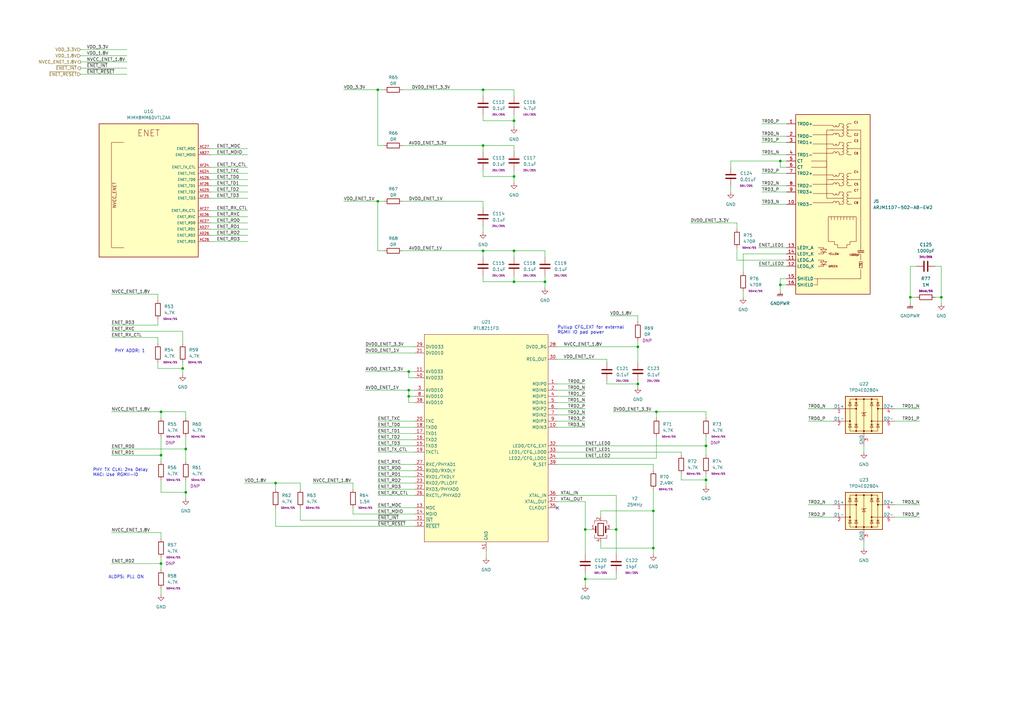
<source format=kicad_sch>
(kicad_sch (version 20211123) (generator eeschema)
  (paper "A3")
  (title_block (title "QSBC") (rev "1") (company "Q-LAB"))
  (junction (at 210.82 115.57))
  (junction (at 66.04 186.69))
  (junction (at 167.64 152.4))
  (junction (at 223.52 115.57))
  (junction (at 240.03 237.49))
  (junction (at 269.24 168.91))
  (junction (at 267.97 209.55))
  (junction (at 320.04 116.84))
  (junction (at 66.04 168.91))
  (junction (at 74.93 151.13))
  (junction (at 240.03 217.17))
  (junction (at 289.56 196.85))
  (junction (at 210.82 49.53))
  (junction (at 320.04 66.04))
  (junction (at 154.94 82.55))
  (junction (at 261.62 157.48))
  (junction (at 252.73 217.17))
  (junction (at 198.12 36.83))
  (junction (at 210.82 72.39))
  (junction (at 167.64 160.02))
  (junction (at 386.08 121.92))
  (junction (at 210.82 102.87))
  (junction (at 154.94 36.83))
  (junction (at 76.2 184.15))
  (junction (at 113.03 198.12))
  (junction (at 267.97 224.79))
  (junction (at 167.64 162.56))
  (junction (at 198.12 102.87))
  (junction (at 373.38 121.92))
  (junction (at 76.2 201.93))
  (junction (at 289.56 182.88))
  (junction (at 261.62 142.24))
  (junction (at 198.12 59.69))
  (junction (at 66.04 231.14))
  (no_connect (at 228.6 208.28))
  (wire (pts (xy 312.42 83.82) (xy 322.58 83.82)))
  (wire (pts (xy 354.33 182.88) (xy 354.33 185.42)))
  (wire (pts (xy 377.19 167.64) (xy 367.03 167.64)))
  (wire (pts (xy 76.2 196.85) (xy 76.2 201.93)))
  (wire (pts (xy 45.72 231.14) (xy 66.04 231.14)))
  (wire (pts (xy 198.12 113.03) (xy 198.12 115.57)))
  (wire (pts (xy 113.03 215.9) (xy 170.18 215.9)))
  (wire (pts (xy 302.26 91.44) (xy 302.26 93.98)))
  (wire (pts (xy 64.77 151.13) (xy 74.93 151.13)))
  (wire (pts (xy 140.97 36.83) (xy 154.94 36.83)))
  (wire (pts (xy 149.86 160.02) (xy 167.64 160.02)))
  (wire (pts (xy 165.1 59.69) (xy 198.12 59.69)))
  (wire (pts (xy 198.12 102.87) (xy 198.12 105.41)))
  (wire (pts (xy 66.04 241.3) (xy 66.04 243.84)))
  (wire (pts (xy 86.36 76.2) (xy 101.6 76.2)))
  (wire (pts (xy 144.78 210.82) (xy 170.18 210.82)))
  (wire (pts (xy 74.93 135.89) (xy 74.93 140.97)))
  (wire (pts (xy 123.19 213.36) (xy 123.19 208.28)))
  (wire (pts (xy 210.82 102.87) (xy 210.82 105.41)))
  (wire (pts (xy 289.56 194.31) (xy 289.56 196.85)))
  (wire (pts (xy 246.38 212.09) (xy 246.38 209.55)))
  (wire (pts (xy 223.52 115.57) (xy 223.52 118.11)))
  (wire (pts (xy 86.36 86.36) (xy 101.6 86.36)))
  (wire (pts (xy 261.62 156.21) (xy 261.62 157.48)))
  (wire (pts (xy 373.38 121.92) (xy 373.38 109.22)))
  (wire (pts (xy 64.77 138.43) (xy 64.77 140.97)))
  (wire (pts (xy 312.42 55.88) (xy 322.58 55.88)))
  (wire (pts (xy 86.36 93.98) (xy 101.6 93.98)))
  (wire (pts (xy 86.36 91.44) (xy 101.6 91.44)))
  (wire (pts (xy 123.19 200.66) (xy 123.19 198.12)))
  (wire (pts (xy 154.94 180.34) (xy 170.18 180.34)))
  (wire (pts (xy 198.12 115.57) (xy 210.82 115.57)))
  (wire (pts (xy 45.72 133.35) (xy 64.77 133.35)))
  (wire (pts (xy 252.73 237.49) (xy 252.73 234.95)))
  (wire (pts (xy 100.33 198.12) (xy 113.03 198.12)))
  (wire (pts (xy 279.4 196.85) (xy 289.56 196.85)))
  (wire (pts (xy 246.38 222.25) (xy 246.38 224.79)))
  (wire (pts (xy 304.8 119.38) (xy 304.8 121.92)))
  (wire (pts (xy 45.72 168.91) (xy 66.04 168.91)))
  (wire (pts (xy 167.64 154.94) (xy 170.18 154.94)))
  (wire (pts (xy 198.12 102.87) (xy 210.82 102.87)))
  (wire (pts (xy 228.6 172.72) (xy 240.03 172.72)))
  (wire (pts (xy 198.12 59.69) (xy 210.82 59.69)))
  (wire (pts (xy 154.94 182.88) (xy 170.18 182.88)))
  (wire (pts (xy 86.36 99.06) (xy 101.6 99.06)))
  (wire (pts (xy 228.6 167.64) (xy 240.03 167.64)))
  (wire (pts (xy 304.8 111.76) (xy 304.8 104.14)))
  (wire (pts (xy 248.92 148.59) (xy 248.92 147.32)))
  (wire (pts (xy 33.02 22.86) (xy 52.07 22.86)))
  (wire (pts (xy 267.97 200.66) (xy 267.97 209.55)))
  (wire (pts (xy 267.97 224.79) (xy 267.97 227.33)))
  (wire (pts (xy 86.36 63.5) (xy 101.6 63.5)))
  (wire (pts (xy 299.72 66.04) (xy 299.72 68.58)))
  (wire (pts (xy 86.36 60.96) (xy 101.6 60.96)))
  (wire (pts (xy 312.42 63.5) (xy 322.58 63.5)))
  (wire (pts (xy 228.6 170.18) (xy 240.03 170.18)))
  (wire (pts (xy 240.03 205.74) (xy 228.6 205.74)))
  (wire (pts (xy 331.47 212.09) (xy 341.63 212.09)))
  (wire (pts (xy 312.42 78.74) (xy 322.58 78.74)))
  (wire (pts (xy 86.36 78.74) (xy 101.6 78.74)))
  (wire (pts (xy 198.12 36.83) (xy 198.12 39.37)))
  (wire (pts (xy 165.1 36.83) (xy 198.12 36.83)))
  (wire (pts (xy 154.94 200.66) (xy 170.18 200.66)))
  (wire (pts (xy 210.82 102.87) (xy 223.52 102.87)))
  (wire (pts (xy 45.72 135.89) (xy 74.93 135.89)))
  (wire (pts (xy 113.03 198.12) (xy 123.19 198.12)))
  (wire (pts (xy 64.77 148.59) (xy 64.77 151.13)))
  (wire (pts (xy 33.02 27.94) (xy 52.07 27.94)))
  (wire (pts (xy 128.27 198.12) (xy 144.78 198.12)))
  (wire (pts (xy 45.72 218.44) (xy 66.04 218.44)))
  (wire (pts (xy 228.6 142.24) (xy 261.62 142.24)))
  (wire (pts (xy 154.94 198.12) (xy 170.18 198.12)))
  (wire (pts (xy 113.03 208.28) (xy 113.03 215.9)))
  (wire (pts (xy 199.39 226.06) (xy 199.39 228.6)))
  (wire (pts (xy 154.94 36.83) (xy 154.94 59.69)))
  (wire (pts (xy 167.64 152.4) (xy 167.64 154.94)))
  (wire (pts (xy 76.2 168.91) (xy 76.2 171.45)))
  (wire (pts (xy 299.72 76.2) (xy 299.72 78.74)))
  (wire (pts (xy 154.94 208.28) (xy 170.18 208.28)))
  (wire (pts (xy 66.04 231.14) (xy 66.04 233.68)))
  (wire (pts (xy 377.19 212.09) (xy 367.03 212.09)))
  (wire (pts (xy 165.1 82.55) (xy 198.12 82.55)))
  (wire (pts (xy 167.64 160.02) (xy 167.64 162.56)))
  (wire (pts (xy 299.72 66.04) (xy 320.04 66.04)))
  (wire (pts (xy 386.08 109.22) (xy 383.54 109.22)))
  (wire (pts (xy 33.02 30.48) (xy 52.07 30.48)))
  (wire (pts (xy 228.6 182.88) (xy 289.56 182.88)))
  (wire (pts (xy 377.19 172.72) (xy 367.03 172.72)))
  (wire (pts (xy 279.4 185.42) (xy 279.4 186.69)))
  (wire (pts (xy 228.6 162.56) (xy 240.03 162.56)))
  (wire (pts (xy 252.73 217.17) (xy 252.73 203.2)))
  (wire (pts (xy 66.04 168.91) (xy 66.04 171.45)))
  (wire (pts (xy 154.94 185.42) (xy 170.18 185.42)))
  (wire (pts (xy 154.94 172.72) (xy 170.18 172.72)))
  (wire (pts (xy 198.12 92.71) (xy 198.12 95.25)))
  (wire (pts (xy 86.36 88.9) (xy 101.6 88.9)))
  (wire (pts (xy 154.94 82.55) (xy 157.48 82.55)))
  (wire (pts (xy 74.93 151.13) (xy 74.93 153.67)))
  (wire (pts (xy 170.18 165.1) (xy 167.64 165.1)))
  (wire (pts (xy 228.6 185.42) (xy 279.4 185.42)))
  (wire (pts (xy 123.19 213.36) (xy 170.18 213.36)))
  (wire (pts (xy 223.52 102.87) (xy 223.52 105.41)))
  (wire (pts (xy 198.12 36.83) (xy 210.82 36.83)))
  (wire (pts (xy 86.36 73.66) (xy 101.6 73.66)))
  (wire (pts (xy 198.12 82.55) (xy 198.12 85.09)))
  (wire (pts (xy 154.94 190.5) (xy 170.18 190.5)))
  (wire (pts (xy 86.36 81.28) (xy 101.6 81.28)))
  (wire (pts (xy 198.12 46.99) (xy 198.12 49.53)))
  (wire (pts (xy 33.02 25.4) (xy 52.07 25.4)))
  (wire (pts (xy 248.92 157.48) (xy 261.62 157.48)))
  (wire (pts (xy 354.33 222.25) (xy 354.33 224.79)))
  (wire (pts (xy 165.1 102.87) (xy 198.12 102.87)))
  (wire (pts (xy 66.04 228.6) (xy 66.04 231.14)))
  (wire (pts (xy 154.94 195.58) (xy 170.18 195.58)))
  (wire (pts (xy 64.77 120.65) (xy 64.77 123.19)))
  (wire (pts (xy 320.04 116.84) (xy 320.04 119.38)))
  (wire (pts (xy 76.2 201.93) (xy 76.2 204.47)))
  (wire (pts (xy 210.82 115.57) (xy 223.52 115.57)))
  (wire (pts (xy 252.73 217.17) (xy 252.73 227.33)))
  (wire (pts (xy 261.62 142.24) (xy 261.62 148.59)))
  (wire (pts (xy 242.57 217.17) (xy 240.03 217.17)))
  (wire (pts (xy 383.54 121.92) (xy 386.08 121.92)))
  (wire (pts (xy 154.94 36.83) (xy 157.48 36.83)))
  (wire (pts (xy 149.86 152.4) (xy 167.64 152.4)))
  (wire (pts (xy 289.56 168.91) (xy 289.56 171.45)))
  (wire (pts (xy 167.64 152.4) (xy 170.18 152.4)))
  (wire (pts (xy 373.38 109.22) (xy 375.92 109.22)))
  (wire (pts (xy 210.82 49.53) (xy 210.82 52.07)))
  (wire (pts (xy 198.12 72.39) (xy 210.82 72.39)))
  (wire (pts (xy 269.24 179.07) (xy 269.24 187.96)))
  (wire (pts (xy 289.56 179.07) (xy 289.56 182.88)))
  (wire (pts (xy 322.58 68.58) (xy 320.04 68.58)))
  (wire (pts (xy 312.42 71.12) (xy 322.58 71.12)))
  (wire (pts (xy 86.36 68.58) (xy 101.6 68.58)))
  (wire (pts (xy 210.82 46.99) (xy 210.82 49.53)))
  (wire (pts (xy 250.19 217.17) (xy 252.73 217.17)))
  (wire (pts (xy 144.78 208.28) (xy 144.78 210.82)))
  (wire (pts (xy 320.04 114.3) (xy 320.04 116.84)))
  (wire (pts (xy 240.03 237.49) (xy 252.73 237.49)))
  (wire (pts (xy 66.04 186.69) (xy 66.04 189.23)))
  (wire (pts (xy 210.82 36.83) (xy 210.82 39.37)))
  (wire (pts (xy 154.94 177.8) (xy 170.18 177.8)))
  (wire (pts (xy 113.03 198.12) (xy 113.03 200.66)))
  (wire (pts (xy 66.04 196.85) (xy 66.04 201.93)))
  (wire (pts (xy 198.12 49.53) (xy 210.82 49.53)))
  (wire (pts (xy 373.38 121.92) (xy 375.92 121.92)))
  (wire (pts (xy 170.18 162.56) (xy 167.64 162.56)))
  (wire (pts (xy 320.04 66.04) (xy 320.04 68.58)))
  (wire (pts (xy 311.15 101.6) (xy 322.58 101.6)))
  (wire (pts (xy 251.46 168.91) (xy 269.24 168.91)))
  (wire (pts (xy 269.24 168.91) (xy 289.56 168.91)))
  (wire (pts (xy 154.94 203.2) (xy 170.18 203.2)))
  (wire (pts (xy 74.93 148.59) (xy 74.93 151.13)))
  (wire (pts (xy 304.8 104.14) (xy 322.58 104.14)))
  (wire (pts (xy 33.02 20.32) (xy 52.07 20.32)))
  (wire (pts (xy 223.52 113.03) (xy 223.52 115.57)))
  (wire (pts (xy 144.78 198.12) (xy 144.78 200.66)))
  (wire (pts (xy 302.26 106.68) (xy 322.58 106.68)))
  (wire (pts (xy 228.6 190.5) (xy 267.97 190.5)))
  (wire (pts (xy 331.47 207.01) (xy 341.63 207.01)))
  (wire (pts (xy 64.77 130.81) (xy 64.77 133.35)))
  (wire (pts (xy 228.6 147.32) (xy 248.92 147.32)))
  (wire (pts (xy 154.94 82.55) (xy 154.94 102.87)))
  (wire (pts (xy 373.38 124.46) (xy 373.38 121.92)))
  (wire (pts (xy 149.86 142.24) (xy 170.18 142.24)))
  (wire (pts (xy 250.19 129.54) (xy 261.62 129.54)))
  (wire (pts (xy 240.03 217.17) (xy 240.03 205.74)))
  (wire (pts (xy 157.48 59.69) (xy 154.94 59.69)))
  (wire (pts (xy 76.2 179.07) (xy 76.2 184.15)))
  (wire (pts (xy 210.82 72.39) (xy 210.82 74.93)))
  (wire (pts (xy 45.72 120.65) (xy 64.77 120.65)))
  (wire (pts (xy 228.6 157.48) (xy 240.03 157.48)))
  (wire (pts (xy 45.72 186.69) (xy 66.04 186.69)))
  (wire (pts (xy 261.62 157.48) (xy 261.62 158.75)))
  (wire (pts (xy 312.42 76.2) (xy 322.58 76.2)))
  (wire (pts (xy 154.94 193.04) (xy 170.18 193.04)))
  (wire (pts (xy 331.47 167.64) (xy 341.63 167.64)))
  (wire (pts (xy 267.97 209.55) (xy 267.97 224.79)))
  (wire (pts (xy 269.24 171.45) (xy 269.24 168.91)))
  (wire (pts (xy 240.03 237.49) (xy 240.03 240.03)))
  (wire (pts (xy 154.94 175.26) (xy 170.18 175.26)))
  (wire (pts (xy 198.12 59.69) (xy 198.12 62.23)))
  (wire (pts (xy 140.97 82.55) (xy 154.94 82.55)))
  (wire (pts (xy 289.56 196.85) (xy 289.56 199.39)))
  (wire (pts (xy 252.73 203.2) (xy 228.6 203.2)))
  (wire (pts (xy 86.36 71.12) (xy 101.6 71.12)))
  (wire (pts (xy 331.47 172.72) (xy 341.63 172.72)))
  (wire (pts (xy 157.48 102.87) (xy 154.94 102.87)))
  (wire (pts (xy 76.2 184.15) (xy 45.72 184.15)))
  (wire (pts (xy 261.62 129.54) (xy 261.62 132.08)))
  (wire (pts (xy 248.92 156.21) (xy 248.92 157.48)))
  (wire (pts (xy 320.04 116.84) (xy 322.58 116.84)))
  (wire (pts (xy 210.82 59.69) (xy 210.82 62.23)))
  (wire (pts (xy 283.21 91.44) (xy 302.26 91.44)))
  (wire (pts (xy 66.04 201.93) (xy 76.2 201.93)))
  (wire (pts (xy 312.42 50.8) (xy 322.58 50.8)))
  (wire (pts (xy 66.04 218.44) (xy 66.04 220.98)))
  (wire (pts (xy 311.15 109.22) (xy 322.58 109.22)))
  (wire (pts (xy 386.08 124.46) (xy 386.08 121.92)))
  (wire (pts (xy 198.12 69.85) (xy 198.12 72.39)))
  (wire (pts (xy 267.97 193.04) (xy 267.97 190.5)))
  (wire (pts (xy 377.19 207.01) (xy 367.03 207.01)))
  (wire (pts (xy 66.04 168.91) (xy 76.2 168.91)))
  (wire (pts (xy 240.03 217.17) (xy 240.03 227.33)))
  (wire (pts (xy 167.64 165.1) (xy 167.64 162.56)))
  (wire (pts (xy 302.26 106.68) (xy 302.26 101.6)))
  (wire (pts (xy 210.82 69.85) (xy 210.82 72.39)))
  (wire (pts (xy 279.4 194.31) (xy 279.4 196.85)))
  (wire (pts (xy 228.6 165.1) (xy 240.03 165.1)))
  (wire (pts (xy 66.04 179.07) (xy 66.04 186.69)))
  (wire (pts (xy 322.58 114.3) (xy 320.04 114.3)))
  (wire (pts (xy 228.6 187.96) (xy 269.24 187.96)))
  (wire (pts (xy 228.6 175.26) (xy 240.03 175.26)))
  (wire (pts (xy 210.82 113.03) (xy 210.82 115.57)))
  (wire (pts (xy 167.64 160.02) (xy 170.18 160.02)))
  (wire (pts (xy 228.6 160.02) (xy 240.03 160.02)))
  (wire (pts (xy 246.38 209.55) (xy 267.97 209.55)))
  (wire (pts (xy 312.42 58.42) (xy 322.58 58.42)))
  (wire (pts (xy 149.86 144.78) (xy 170.18 144.78)))
  (wire (pts (xy 386.08 121.92) (xy 386.08 109.22)))
  (wire (pts (xy 86.36 96.52) (xy 101.6 96.52)))
  (wire (pts (xy 240.03 234.95) (xy 240.03 237.49)))
  (wire (pts (xy 261.62 139.7) (xy 261.62 142.24)))
  (wire (pts (xy 289.56 182.88) (xy 289.56 186.69)))
  (wire (pts (xy 76.2 184.15) (xy 76.2 189.23)))
  (wire (pts (xy 45.72 138.43) (xy 64.77 138.43)))
  (wire (pts (xy 246.38 224.79) (xy 267.97 224.79)))
  (wire (pts (xy 320.04 66.04) (xy 322.58 66.04)))
  (text "ALDPS: PLL ON" (at 44.45 237.49 0) (effects (font (size 1.27 1.27)) (justify left bottom)))
  (text "PHY ADDR: 1" (at 46.99 144.78 0) (effects (font (size 1.27 1.27)) (justify left bottom)))
  (text "Pullup CFG_EXT for external \nRGMII IO pad power" (at 228.6 137.16 0) (effects (font (size 1.27 1.27)) (justify left bottom)))
  (text "PHY TX CLK: 2ns Delay\nMAC: Use RGMII-ID" (at 38.1 195.58 0) (effects (font (size 1.27 1.27)) (justify left bottom)))
  (label "VDD_ENET_1V" (at 140.97 82.55 0))
  (label "~{ENET_RESET}" (at 154.94 215.9 0))
  (label "ENET_TX_CTL" (at 154.94 185.42 0))
  (label "TRD1_P" (at 240.03 162.56 180))
  (label "~{ENET_INT}" (at 35.56 27.94 0))
  (label "AVDD_ENET_1V" (at 149.86 160.02 0))
  (label "ENET_RD3" (at 88.9 99.06 0))
  (label "TRD1_N" (at 377.19 167.64 180))
  (label "TRD0_P" (at 331.47 172.72 0))
  (label "NVCC_ENET_1.8V" (at 45.72 120.65 0))
  (label "TRD2_N" (at 312.42 76.2 0))
  (label "ENET_LED2" (at 311.15 109.22 0))
  (label "TRD0_P" (at 312.42 50.8 0))
  (label "ENET_RD0" (at 45.72 184.15 0))
  (label "TRD1_N" (at 240.03 165.1 180))
  (label "~{ENET_INT}" (at 154.94 213.36 0))
  (label "NVCC_ENET_1.8V" (at 45.72 168.91 0))
  (label "ENET_RXC" (at 88.9 88.9 0))
  (label "NVCC_ENET_1.8V" (at 35.56 25.4 0))
  (label "ENET_RD3" (at 154.94 200.66 0))
  (label "ENET_LED2" (at 240.03 187.96 0))
  (label "TRD0_N" (at 331.47 167.64 0))
  (label "VDD_1.8V" (at 35.56 22.86 0))
  (label "TRD3_N" (at 312.42 83.82 0))
  (label "VDD_3.3V" (at 140.97 36.83 0))
  (label "AVDD_ENET_3.3V" (at 149.86 152.4 0))
  (label "ENET_TD1" (at 88.9 76.2 0))
  (label "ENET_RD2" (at 154.94 198.12 0))
  (label "ENET_TD2" (at 88.9 78.74 0))
  (label "VDD_ENET_1V" (at 231.14 147.32 0))
  (label "ENET_RX_CTL" (at 45.72 138.43 0))
  (label "ENET_MDC" (at 154.94 208.28 0))
  (label "ENET_RD1" (at 45.72 186.69 0))
  (label "DVDD_ENET_1V" (at 149.86 144.78 0))
  (label "ENET_TD0" (at 154.94 175.26 0))
  (label "TRD3_N" (at 377.19 207.01 180))
  (label "ENET_TD1" (at 154.94 177.8 0))
  (label "ENET_TD3" (at 154.94 182.88 0))
  (label "ENET_MDIO" (at 154.94 210.82 0))
  (label "NVCC_ENET_1.8V" (at 45.72 218.44 0))
  (label "ENET_TD2" (at 154.94 180.34 0))
  (label "DVDD_ENET_3.3V" (at 283.21 91.44 0))
  (label "TRD1_P" (at 377.19 172.72 180))
  (label "ENET_TXC" (at 154.94 172.72 0))
  (label "ENET_LED0" (at 240.03 182.88 0))
  (label "TRD3_P" (at 312.42 78.74 0))
  (label "TRD0_N" (at 312.42 55.88 0))
  (label "ENET_RD2" (at 45.72 231.14 0))
  (label "ENET_RD1" (at 154.94 195.58 0))
  (label "ENET_TXC" (at 88.9 71.12 0))
  (label "ENET_TX_CTL" (at 88.9 68.58 0))
  (label "TRD3_N" (at 240.03 175.26 180))
  (label "XTAL_IN" (at 229.87 203.2 0))
  (label "TRD3_P" (at 240.03 172.72 180))
  (label "ENET_TD0" (at 88.9 73.66 0))
  (label "NVCC_ENET_1.8V" (at 128.27 198.12 0))
  (label "ENET_TD3" (at 88.9 81.28 0))
  (label "DVDD_ENET_3.3V" (at 168.91 36.83 0))
  (label "XTAL_OUT" (at 229.87 205.74 0))
  (label "TRD1_P" (at 312.42 58.42 0))
  (label "TRD2_P" (at 312.42 71.12 0))
  (label "ENET_MDIO" (at 88.9 63.5 0))
  (label "ENET_RD3" (at 45.72 133.35 0))
  (label "TRD2_P" (at 331.47 212.09 0))
  (label "ENET_RXC" (at 154.94 190.5 0))
  (label "VDD_3.3V" (at 35.56 20.32 0))
  (label "DVDD_ENET_3.3V" (at 251.46 168.91 0))
  (label "ENET_RD0" (at 154.94 193.04 0))
  (label "TRD3_P" (at 377.19 212.09 180))
  (label "VDD_1.8V" (at 100.33 198.12 0))
  (label "TRD0_N" (at 240.03 160.02 180))
  (label "TRD2_N" (at 240.03 170.18 180))
  (label "ENET_LED1" (at 311.15 101.6 0))
  (label "ENET_RXC" (at 45.72 135.89 0))
  (label "ENET_MDC" (at 88.9 60.96 0))
  (label "DVDD_ENET_3.3V" (at 149.86 142.24 0))
  (label "NVCC_ENET_1.8V" (at 231.14 142.24 0))
  (label "TRD0_P" (at 240.03 157.48 180))
  (label "TRD2_N" (at 331.47 207.01 0))
  (label "ENET_RD1" (at 88.9 93.98 0))
  (label "ENET_RD2" (at 88.9 96.52 0))
  (label "AVDD_ENET_3.3V" (at 167.64 59.69 0))
  (label "ENET_RX_CTL" (at 88.9 86.36 0))
  (label "ENET_LED1" (at 240.03 185.42 0))
  (label "~{ENET_RESET}" (at 35.56 30.48 0))
  (label "ENET_RX_CTL" (at 154.94 203.2 0))
  (label "TRD2_P" (at 240.03 167.64 180))
  (label "TRD1_N" (at 312.42 63.5 0))
  (label "ENET_RD0" (at 88.9 91.44 0))
  (label "DVDD_ENET_1V" (at 167.64 82.55 0))
  (label "VDD_1.8V" (at 250.19 129.54 0))
  (label "AVDD_ENET_1V" (at 167.64 102.87 0))
  (hierarchical_label "~{ENET_RESET}" (shape input) (at 33.02 30.48 180))
  (hierarchical_label "~{ENET_INT}" (shape output) (at 33.02 27.94 180))
  (hierarchical_label "NVCC_ENET_1.8V" (shape output) (at 33.02 25.4 180))
  (hierarchical_label "VDD_1.8V" (shape input) (at 33.02 22.86 180))
  (hierarchical_label "VDD_3.3V" (shape input) (at 33.02 20.32 180))
  (symbol (lib_id "power:GND") (at 223.52 118.11 0) (unit 1)
    (property "Reference" "#PWR0104" (effects hide))
    (property "Value" "GND" (at 223.52 123.19 0))
  )
  (symbol (lib_id "Device:C") (at 198.12 109.22 0) (unit 1)
    (property "Reference" "C115" (at 201.93 107.9499 0) (effects (justify left)))
    (property "Value" "0.1uF" (at 201.93 110.4899 0) (effects (justify left)))
    (property "Footprint" "qsbc:C_0402_1005Metric" (effects hide))
    (property "Rating" "25V/20%" (at 204.47 113.03 0) (effects (font (size 0.762 0.762))))
  )
  (symbol (lib_id "power:GND") (at 386.08 124.46 0) (unit 1)
    (property "Reference" "#PWR0115" (effects hide))
    (property "Value" "GND" (at 386.08 129.54 0))
  )
  (symbol (lib_id "power:GND") (at 354.33 185.42 0) (unit 1)
    (property "Reference" "#PWR0112" (effects hide))
    (property "Value" "GND" (at 354.33 190.5 0))
  )
  (symbol (lib_id "Device:R") (at 289.56 190.5 0) (unit 1)
    (property "Reference" "R74" (at 292.1 189.2299 0) (effects (justify left)))
    (property "Value" "4.7K" (at 292.1 191.7699 0) (effects (justify left)))
    (property "Footprint" "qsbc:R_0402_1005Metric" (effects hide))
    (property "Rating" "50mW/5%" (at 294.64 194.31 0) (effects (font (size 0.762 0.762))))
  )
  (symbol (lib_id "power:GND") (at 261.62 158.75 0) (unit 1)
    (property "Reference" "#PWR0106" (effects hide))
    (property "Value" "GND" (at 261.62 163.83 0))
  )
  (symbol (lib_id "power:GNDPWR") (at 373.38 124.46 0) (unit 1)
    (property "Reference" "#PWR0114" (effects hide))
    (property "Value" "GNDPWR" (at 373.253 129.54 0))
  )
  (symbol (lib_id "qsbc:ARJM11D7-502-AB-EW2") (at 326.39 120.65 0) (unit 1)
    (property "Reference" "J5" (at 358.14 82.5499 0) (effects (justify left)))
    (property "Value" "ARJM11D7-502-AB-EW2" (at 358.14 85.0899 0) (effects (justify left)))
    (property "Footprint" "qsbc:ARJM11D7-502-AB-EW2" (effects hide))
    (property "Datasheet" "https://abracon.com/Magnetics/ARJM11.pdf" (effects hide))
  )
  (symbol (lib_id "power:GND") (at 199.39 228.6 0) (unit 1)
    (property "Reference" "#PWR0101" (effects hide))
    (property "Value" "GND" (at 199.39 233.68 0))
  )
  (symbol (lib_id "Device:C") (at 210.82 43.18 0) (unit 1)
    (property "Reference" "C116" (at 214.63 41.9099 0) (effects (justify left)))
    (property "Value" "4.7uF" (at 214.63 44.4499 0) (effects (justify left)))
    (property "Footprint" "qsbc:C_0402_1005Metric" (effects hide))
    (property "Rating" "10V/20%" (at 217.17 46.99 0) (effects (font (size 0.762 0.762))))
  )
  (symbol (lib_id "Device:C") (at 379.73 109.22 90) (unit 1)
    (property "Reference" "C125" (at 379.73 100.33 90))
    (property "Value" "1000pF" (at 379.73 102.87 90))
    (property "Footprint" "Capacitor_SMD:C_1210_3225Metric" (effects hide))
    (property "Rating" "2KV/20%" (at 379.73 105.41 90) (effects (font (size 0.762 0.762))))
  )
  (symbol (lib_id "Device:R") (at 64.77 127 0) (unit 1)
    (property "Reference" "R53" (at 67.31 125.7299 0) (effects (justify left)))
    (property "Value" "4.7K" (at 67.31 128.2699 0) (effects (justify left)))
    (property "Footprint" "qsbc:R_0201_0603Metric" (effects hide))
    (property "Rating" "50mW/5%" (at 69.85 130.81 0) (effects (font (size 0.762 0.762))))
  )
  (symbol (lib_id "Device:C") (at 248.92 152.4 0) (unit 1)
    (property "Reference" "C121" (at 252.73 151.1299 0) (effects (justify left)))
    (property "Value" "0.1uF" (at 252.73 153.6699 0) (effects (justify left)))
    (property "Footprint" "qsbc:C_0402_1005Metric" (effects hide))
    (property "Rating" "25V/20%" (at 255.27 156.21 0) (effects (font (size 0.762 0.762))))
  )
  (symbol (lib_id "power:GND") (at 66.04 243.84 0) (unit 1)
    (property "Reference" "#PWR097" (effects hide))
    (property "Value" "GND" (at 66.04 248.92 0))
  )
  (symbol (lib_id "Device:C") (at 240.03 231.14 0) (unit 1)
    (property "Reference" "C120" (at 243.84 229.8699 0) (effects (justify left)))
    (property "Value" "14pF" (at 243.84 232.4099 0) (effects (justify left)))
    (property "Footprint" "qsbc:C_0402_1005Metric" (effects hide))
    (property "Rating" "50V/20%" (at 246.38 234.95 0) (effects (font (size 0.762 0.762))))
  )
  (symbol (lib_id "power:GND") (at 210.82 74.93 0) (unit 1)
    (property "Reference" "#PWR0103" (effects hide))
    (property "Value" "GND" (at 210.82 80.01 0))
  )
  (symbol (lib_id "Device:C") (at 198.12 66.04 0) (unit 1)
    (property "Reference" "C113" (at 201.93 64.7699 0) (effects (justify left)))
    (property "Value" "0.1uF" (at 201.93 67.3099 0) (effects (justify left)))
    (property "Footprint" "qsbc:C_0402_1005Metric" (effects hide))
    (property "Rating" "25V/20%" (at 204.47 69.85 0) (effects (font (size 0.762 0.762))))
  )
  (symbol (lib_id "power:GND") (at 76.2 204.47 0) (unit 1)
    (property "Reference" "#PWR099" (effects hide))
    (property "Value" "GND" (at 76.2 209.55 0))
  )
  (symbol (lib_id "qsbc:MIMX8MM6DVTLZAA") (at 60.96 64.77 0) (unit 7)
    (property "Reference" "U1" (at 60.96 45.72 0))
    (property "Value" "MIMX8MM6DVTLZAA" (at 60.96 48.26 0))
    (property "Footprint" "qsbc:SOT1967-1" (effects hide))
    (property "Datasheet" "https://www.nxp.com/docs/en/data-sheet/IMX8MMCEC.pdf" (effects hide))
  )
  (symbol (lib_id "power:GND") (at 210.82 52.07 0) (unit 1)
    (property "Reference" "#PWR0102" (effects hide))
    (property "Value" "GND" (at 210.82 57.15 0))
  )
  (symbol (lib_id "Device:C") (at 261.62 152.4 0) (unit 1)
    (property "Reference" "C123" (at 265.43 151.1299 0) (effects (justify left)))
    (property "Value" "0.1uF" (at 265.43 153.6699 0) (effects (justify left)))
    (property "Footprint" "qsbc:C_0402_1005Metric" (effects hide))
    (property "Rating" "25V/20%" (at 267.97 156.21 0) (effects (font (size 0.762 0.762))))
  )
  (symbol (lib_id "Device:R") (at 66.04 224.79 0) (unit 1)
    (property "Reference" "R57" (at 68.58 223.5199 0) (effects (justify left)))
    (property "Value" "4.7K" (at 68.58 226.0599 0) (effects (justify left)))
    (property "Footprint" "qsbc:R_0201_0603Metric" (effects hide))
    (property "Rating" "50mW/5%" (at 71.12 228.6 0) (effects (font (size 0.762 0.762))))
    (property "DNP" "DNP" (at 69.85 231.14 0))
  )
  (symbol (lib_id "Device:R") (at 76.2 175.26 0) (unit 1)
    (property "Reference" "R60" (at 78.74 173.9899 0) (effects (justify left)))
    (property "Value" "4.7K" (at 78.74 176.5299 0) (effects (justify left)))
    (property "Footprint" "qsbc:R_0201_0603Metric" (effects hide))
    (property "Rating" "50mW/5%" (at 81.28 179.07 0) (effects (font (size 0.762 0.762))))
  )
  (symbol (lib_id "power:GND") (at 354.33 224.79 0) (unit 1)
    (property "Reference" "#PWR0113" (effects hide))
    (property "Value" "GND" (at 354.33 229.87 0))
  )
  (symbol (lib_id "Device:R") (at 161.29 36.83 90) (unit 1)
    (property "Reference" "R65" (at 161.29 31.75 90))
    (property "Value" "0R" (at 161.29 34.29 90))
    (property "Footprint" "qsbc:R_0402_1005Metric" (effects hide))
  )
  (symbol (lib_id "power:GND") (at 74.93 153.67 0) (unit 1)
    (property "Reference" "#PWR098" (effects hide))
    (property "Value" "GND" (at 74.93 158.75 0))
  )
  (symbol (lib_id "power:GND") (at 198.12 95.25 0) (unit 1)
    (property "Reference" "#PWR0100" (effects hide))
    (property "Value" "GND" (at 198.12 100.33 0))
  )
  (symbol (lib_id "Device:R") (at 267.97 196.85 0) (unit 1)
    (property "Reference" "R70" (at 270.51 195.5799 0) (effects (justify left)))
    (property "Value" "2.49K" (at 270.51 198.1199 0) (effects (justify left)))
    (property "Footprint" "qsbc:R_0402_1005Metric" (effects hide))
    (property "Rating" "50mW/1%" (at 273.05 200.66 0) (effects (font (size 0.762 0.762))))
  )
  (symbol (lib_id "Device:R") (at 64.77 144.78 0) (unit 1)
    (property "Reference" "R54" (at 67.31 143.5099 0) (effects (justify left)))
    (property "Value" "4.7K" (at 67.31 146.0499 0) (effects (justify left)))
    (property "Footprint" "qsbc:R_0201_0603Metric" (effects hide))
    (property "Rating" "50mW/5%" (at 69.85 148.59 0) (effects (font (size 0.762 0.762))))
  )
  (symbol (lib_id "Device:C") (at 299.72 72.39 0) (unit 1)
    (property "Reference" "C124" (at 303.53 71.1199 0) (effects (justify left)))
    (property "Value" "0.01uF" (at 303.53 73.6599 0) (effects (justify left)))
    (property "Footprint" "qsbc:C_0603_1608Metric" (effects hide))
    (property "Rating" "50V/20%" (at 306.07 76.2 0) (effects (font (size 0.762 0.762))))
  )
  (symbol (lib_id "Device:R") (at 289.56 175.26 0) (unit 1)
    (property "Reference" "R73" (at 292.1 173.9899 0) (effects (justify left)))
    (property "Value" "4.7K" (at 292.1 176.5299 0) (effects (justify left)))
    (property "Footprint" "qsbc:R_0402_1005Metric" (effects hide))
    (property "Rating" "50mW/5%" (at 294.64 179.07 0) (effects (font (size 0.762 0.762))))
    (property "DNP" "DNP" (at 293.37 181.61 0))
  )
  (symbol (lib_id "power:GND") (at 267.97 227.33 0) (unit 1)
    (property "Reference" "#PWR0107" (effects hide))
    (property "Value" "GND" (at 267.97 232.41 0))
  )
  (symbol (lib_id "Device:R") (at 302.26 97.79 0) (unit 1)
    (property "Reference" "R75" (at 304.8 96.5199 0) (effects (justify left)))
    (property "Value" "470R" (at 304.8 99.0599 0) (effects (justify left)))
    (property "Footprint" "qsbc:R_0402_1005Metric" (effects hide))
    (property "Rating" "50mW/5%" (at 307.34 101.6 0) (effects (font (size 0.762 0.762))))
  )
  (symbol (lib_id "Device:R") (at 269.24 175.26 0) (unit 1)
    (property "Reference" "R71" (at 271.78 173.9899 0) (effects (justify left)))
    (property "Value" "4.7K" (at 271.78 176.5299 0) (effects (justify left)))
    (property "Footprint" "qsbc:R_0402_1005Metric" (effects hide))
    (property "Rating" "50mW/5%" (at 274.32 179.07 0) (effects (font (size 0.762 0.762))))
  )
  (symbol (lib_id "Device:C") (at 198.12 88.9 0) (unit 1)
    (property "Reference" "C114" (at 201.93 87.6299 0) (effects (justify left)))
    (property "Value" "0.1uF" (at 201.93 90.1699 0) (effects (justify left)))
    (property "Footprint" "qsbc:C_0402_1005Metric" (effects hide))
    (property "Rating" "25V/20%" (at 204.47 92.71 0) (effects (font (size 0.762 0.762))))
  )
  (symbol (lib_id "Device:R") (at 161.29 102.87 90) (unit 1)
    (property "Reference" "R68" (at 161.29 97.79 90))
    (property "Value" "0R" (at 161.29 100.33 90))
    (property "Footprint" "qsbc:R_0402_1005Metric" (effects hide))
  )
  (symbol (lib_id "Device:Crystal_GND24") (at 246.38 217.17 0) (unit 1)
    (property "Reference" "Y2" (at 260.35 204.47 0))
    (property "Value" "25MHz" (at 260.35 207.01 0))
    (property "Footprint" "Crystal:Crystal_SMD_3225-4Pin_3.2x2.5mm" (effects hide))
    (property "MPN" "ECS-250-10-33B-CWN-TR" (effects hide))
  )
  (symbol (lib_id "Device:R") (at 74.93 144.78 0) (unit 1)
    (property "Reference" "R59" (at 77.47 143.5099 0) (effects (justify left)))
    (property "Value" "4.7K" (at 77.47 146.0499 0) (effects (justify left)))
    (property "Footprint" "qsbc:R_0201_0603Metric" (effects hide))
    (property "Rating" "50mW/5%" (at 80.01 148.59 0) (effects (font (size 0.762 0.762))))
  )
  (symbol (lib_id "Device:R") (at 304.8 115.57 0) (unit 1)
    (property "Reference" "R76" (at 307.34 114.2999 0) (effects (justify left)))
    (property "Value" "470R" (at 307.34 116.8399 0) (effects (justify left)))
    (property "Footprint" "qsbc:R_0402_1005Metric" (effects hide))
    (property "Rating" "50mW/5%" (at 309.88 119.38 0) (effects (font (size 0.762 0.762))))
  )
  (symbol (lib_id "Device:R") (at 113.03 204.47 0) (unit 1)
    (property "Reference" "R62" (at 115.57 203.1999 0) (effects (justify left)))
    (property "Value" "4.7K" (at 115.57 205.7399 0) (effects (justify left)))
    (property "Footprint" "qsbc:R_0402_1005Metric" (effects hide))
    (property "Rating" "50mW/5%" (at 118.11 208.28 0) (effects (font (size 0.762 0.762))))
  )
  (symbol (lib_id "Device:R") (at 379.73 121.92 90) (unit 1)
    (property "Reference" "R77" (at 379.73 114.3 90))
    (property "Value" "1M" (at 379.73 116.84 90))
    (property "Footprint" "Resistor_SMD:R_1206_3216Metric" (effects hide))
    (property "Rating" "50mW/5%" (at 379.73 119.38 90) (effects (font (size 0.762 0.762))))
  )
  (symbol (lib_id "power:GND") (at 299.72 78.74 0) (unit 1)
    (property "Reference" "#PWR0109" (effects hide))
    (property "Value" "GND" (at 299.72 83.82 0))
  )
  (symbol (lib_id "Device:R") (at 66.04 237.49 0) (unit 1)
    (property "Reference" "R58" (at 68.58 236.2199 0) (effects (justify left)))
    (property "Value" "4.7K" (at 68.58 238.7599 0) (effects (justify left)))
    (property "Footprint" "qsbc:R_0201_0603Metric" (effects hide))
    (property "Rating" "50mW/5%" (at 71.12 241.3 0) (effects (font (size 0.762 0.762))))
  )
  (symbol (lib_id "Device:R") (at 76.2 193.04 0) (unit 1)
    (property "Reference" "R61" (at 78.74 191.7699 0) (effects (justify left)))
    (property "Value" "4.7K" (at 78.74 194.3099 0) (effects (justify left)))
    (property "Footprint" "qsbc:R_0201_0603Metric" (effects hide))
    (property "Rating" "50mW/5%" (at 81.28 196.85 0) (effects (font (size 0.762 0.762))))
    (property "DNP" "DNP" (at 80.01 199.39 0))
  )
  (symbol (lib_id "Device:C") (at 223.52 109.22 0) (unit 1)
    (property "Reference" "C119" (at 227.33 107.9499 0) (effects (justify left)))
    (property "Value" "0.1uF" (at 227.33 110.4899 0) (effects (justify left)))
    (property "Footprint" "qsbc:C_0402_1005Metric" (effects hide))
    (property "Rating" "25V/20%" (at 229.87 113.03 0) (effects (font (size 0.762 0.762))))
  )
  (symbol (lib_id "Device:R") (at 279.4 190.5 0) (unit 1)
    (property "Reference" "R72" (at 281.94 189.2299 0) (effects (justify left)))
    (property "Value" "4.7K" (at 281.94 191.7699 0) (effects (justify left)))
    (property "Footprint" "qsbc:R_0402_1005Metric" (effects hide))
    (property "Rating" "50mW/5%" (at 284.48 194.31 0) (effects (font (size 0.762 0.762))))
  )
  (symbol (lib_id "Device:R") (at 66.04 193.04 0) (unit 1)
    (property "Reference" "R56" (at 68.58 191.7699 0) (effects (justify left)))
    (property "Value" "4.7K" (at 68.58 194.3099 0) (effects (justify left)))
    (property "Footprint" "qsbc:R_0201_0603Metric" (effects hide))
    (property "Rating" "50mW/5%" (at 71.12 196.85 0) (effects (font (size 0.762 0.762))))
  )
  (symbol (lib_id "Device:C") (at 210.82 109.22 0) (unit 1)
    (property "Reference" "C118" (at 214.63 107.9499 0) (effects (justify left)))
    (property "Value" "0.1uF" (at 214.63 110.4899 0) (effects (justify left)))
    (property "Footprint" "qsbc:C_0402_1005Metric" (effects hide))
    (property "Rating" "25V/20%" (at 217.17 113.03 0) (effects (font (size 0.762 0.762))))
  )
  (symbol (lib_id "Device:R") (at 161.29 59.69 90) (unit 1)
    (property "Reference" "R66" (at 161.29 54.61 90))
    (property "Value" "0R" (at 161.29 57.15 90))
    (property "Footprint" "qsbc:R_0402_1005Metric" (effects hide))
  )
  (symbol (lib_id "power:GND") (at 304.8 121.92 0) (unit 1)
    (property "Reference" "#PWR0110" (effects hide))
    (property "Value" "GND" (at 304.8 127 0))
  )
  (symbol (lib_id "Device:R") (at 123.19 204.47 0) (unit 1)
    (property "Reference" "R63" (at 125.73 203.1999 0) (effects (justify left)))
    (property "Value" "4.7K" (at 125.73 205.7399 0) (effects (justify left)))
    (property "Footprint" "qsbc:R_0402_1005Metric" (effects hide))
    (property "Rating" "50mW/5%" (at 128.27 208.28 0) (effects (font (size 0.762 0.762))))
  )
  (symbol (lib_id "qsbc:TPD4E02B04") (at 354.33 209.55 0) (unit 1)
    (property "Reference" "U23" (at 354.33 196.85 0))
    (property "Value" "TPD4E02B04" (at 354.33 199.39 0))
    (property "Footprint" "Package_SON:USON-10_2.5x1.0mm_P0.5mm" (effects hide))
    (property "Datasheet" "https://www.ti.com/lit/ds/symlink/tpd4e02b04.pdf" (effects hide))
  )
  (symbol (lib_id "Device:C") (at 210.82 66.04 0) (unit 1)
    (property "Reference" "C117" (at 214.63 64.7699 0) (effects (justify left)))
    (property "Value" "0.1uF" (at 214.63 67.3099 0) (effects (justify left)))
    (property "Footprint" "qsbc:C_0402_1005Metric" (effects hide))
    (property "Rating" "25V/20%" (at 217.17 69.85 0) (effects (font (size 0.762 0.762))))
  )
  (symbol (lib_id "power:GNDPWR") (at 320.04 119.38 0) (unit 1)
    (property "Reference" "#PWR0111" (effects hide))
    (property "Value" "GNDPWR" (at 319.913 124.46 0))
  )
  (symbol (lib_id "power:GND") (at 289.56 199.39 0) (unit 1)
    (property "Reference" "#PWR0108" (effects hide))
    (property "Value" "GND" (at 289.56 204.47 0))
  )
  (symbol (lib_id "Device:C") (at 198.12 43.18 0) (unit 1)
    (property "Reference" "C112" (at 201.93 41.9099 0) (effects (justify left)))
    (property "Value" "0.1uF" (at 201.93 44.4499 0) (effects (justify left)))
    (property "Footprint" "qsbc:C_0402_1005Metric" (effects hide))
    (property "Rating" "25V/20%" (at 204.47 46.99 0) (effects (font (size 0.762 0.762))))
  )
  (symbol (lib_id "Device:R") (at 144.78 204.47 0) (unit 1)
    (property "Reference" "R64" (at 147.32 203.1999 0) (effects (justify left)))
    (property "Value" "1.5K" (at 147.32 205.7399 0) (effects (justify left)))
    (property "Footprint" "qsbc:R_0402_1005Metric" (effects hide))
    (property "Rating" "50mW/5%" (at 149.86 208.28 0) (effects (font (size 0.762 0.762))))
  )
  (symbol (lib_id "qsbc:TPD4E02B04") (at 354.33 170.18 0) (unit 1)
    (property "Reference" "U22" (at 354.33 157.48 0))
    (property "Value" "TPD4E02B04" (at 354.33 160.02 0))
    (property "Footprint" "Package_SON:USON-10_2.5x1.0mm_P0.5mm" (effects hide))
    (property "Datasheet" "https://www.ti.com/lit/ds/symlink/tpd4e02b04.pdf" (effects hide))
  )
  (symbol (lib_id "Device:R") (at 66.04 175.26 0) (unit 1)
    (property "Reference" "R55" (at 68.58 173.9899 0) (effects (justify left)))
    (property "Value" "4.7K" (at 68.58 176.5299 0) (effects (justify left)))
    (property "Footprint" "qsbc:R_0201_0603Metric" (effects hide))
    (property "Rating" "50mW/5%" (at 71.12 179.07 0) (effects (font (size 0.762 0.762))))
    (property "DNP" "DNP" (at 69.85 181.61 0))
  )
  (symbol (lib_id "qsbc:RTL8211F") (at 199.39 142.24 0) (unit 1)
    (property "Reference" "U21" (at 199.39 132.08 0))
    (property "Value" "RTL8211FD" (at 199.39 134.62 0))
    (property "Footprint" "Package_DFN_QFN:QFN-40-1EP_5x5mm_P0.4mm_EP3.6x3.6mm_ThermalVias" (effects hide))
    (property "Datasheet" "https://datasheet.lcsc.com/lcsc/1912111437_Realtek-Semicon-RTL8211F-CG_C187932.pdf" (effects hide))
  )
  (symbol (lib_id "Device:C") (at 252.73 231.14 0) (unit 1)
    (property "Reference" "C122" (at 256.54 229.8699 0) (effects (justify left)))
    (property "Value" "14pF" (at 256.54 232.4099 0) (effects (justify left)))
    (property "Footprint" "qsbc:C_0402_1005Metric" (effects hide))
    (property "Rating" "50V/20%" (at 259.08 234.95 0) (effects (font (size 0.762 0.762))))
  )
  (symbol (lib_id "Device:R") (at 161.29 82.55 90) (unit 1)
    (property "Reference" "R67" (at 161.29 77.47 90))
    (property "Value" "0R" (at 161.29 80.01 90))
    (property "Footprint" "qsbc:R_0402_1005Metric" (effects hide))
  )
  (symbol (lib_id "Device:R") (at 261.62 135.89 0) (unit 1)
    (property "Reference" "R69" (at 264.16 134.6199 0) (effects (justify left)))
    (property "Value" "0R" (at 264.16 137.1599 0) (effects (justify left)))
    (property "Footprint" "qsbc:R_0402_1005Metric" (effects hide))
    (property "DNP" "DNP" (at 265.43 139.7 0))
  )
  (symbol (lib_id "power:GND") (at 240.03 240.03 0) (unit 1)
    (property "Reference" "#PWR0105" (effects hide))
    (property "Value" "GND" (at 240.03 245.11 0))
  )
)
</source>
